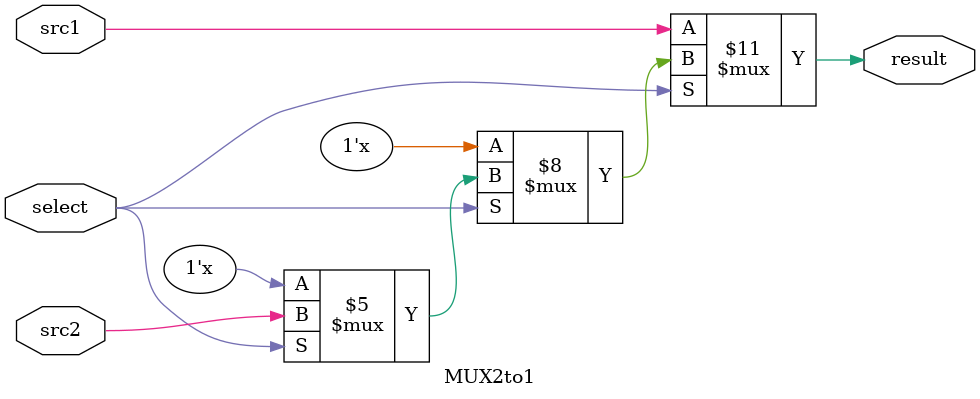
<source format=v>
module MUX2to1(
	input      src1,
	input      src2,
	input	   select,
	output reg result
	);
/* Write your code HERE */
always @(src1,src2,select) begin
	if(select==0) begin
		result=src1;
	end
	else if(select==1) begin
		result=src2;
	end
end
endmodule

</source>
